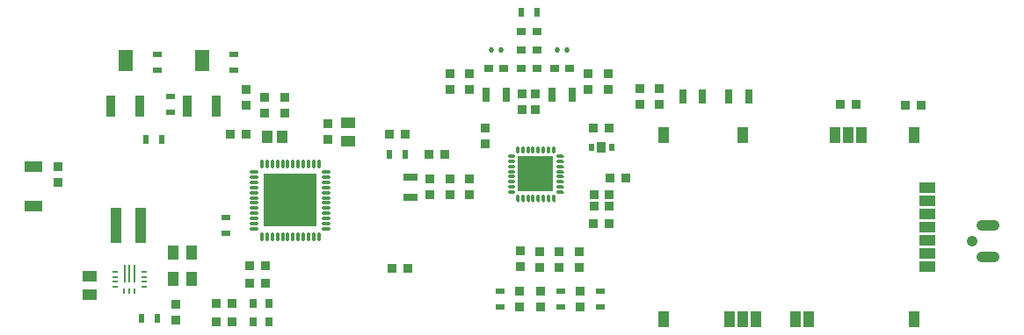
<source format=gtp>
G04 #@! TF.FileFunction,Paste,Top*
%FSLAX46Y46*%
G04 Gerber Fmt 4.6, Leading zero omitted, Abs format (unit mm)*
G04 Created by KiCad (PCBNEW 4.0.4-stable) date 2017 March 20, Monday 13:29:26*
%MOMM*%
%LPD*%
G01*
G04 APERTURE LIST*
%ADD10C,0.100000*%
%ADD11C,0.225000*%
%ADD12R,1.036000X1.544000*%
%ADD13R,1.544000X1.036000*%
%ADD14R,0.920000X2.020000*%
%ADD15R,1.320000X2.020000*%
%ADD16R,0.985200X3.372800*%
%ADD18R,1.018220X1.269680*%
%ADD19C,0.517840*%
%ADD20R,0.820000X0.770000*%
%ADD21R,0.520000X0.770000*%
%ADD22R,0.820000X1.020000*%
%ADD23R,0.909000X0.909000*%
%ADD24R,1.320000X0.720000*%
%ADD25R,0.720000X1.320000*%
%ADD26R,0.920000X0.520000*%
%ADD27R,0.520000X0.920000*%
%ADD28R,1.719260X1.018220*%
%ADD29R,0.920000X0.820000*%
%ADD30O,0.320000X0.720000*%
%ADD31O,0.720000X0.320000*%
%ADD32R,3.470000X3.470000*%
%ADD33R,0.248600X1.798000*%
%ADD34R,0.629600X0.248600*%
%ADD35R,0.248600X0.629600*%
%ADD36R,1.036000X1.417000*%
%ADD37R,1.417000X1.036000*%
%ADD38O,1.069020X1.018220*%
%ADD39O,2.219640X1.069020*%
%ADD40R,0.782000X0.909000*%
%ADD42O,0.870000X0.300000*%
%ADD43O,0.300000X0.870000*%
%ADD44R,5.120000X5.120000*%
G04 APERTURE END LIST*
D10*
D11*
X149037000Y-124235000D02*
X149037000Y-124635000D01*
X148537000Y-124235000D02*
X148537000Y-124635000D01*
X148037000Y-124235000D02*
X148037000Y-124635000D01*
X147537000Y-124235000D02*
X147537000Y-124635000D01*
X147037000Y-124235000D02*
X147037000Y-124635000D01*
X146537000Y-124235000D02*
X146537000Y-124635000D01*
X146037000Y-124235000D02*
X146037000Y-124635000D01*
X145537000Y-124235000D02*
X145537000Y-124635000D01*
X144737000Y-125035000D02*
X145137000Y-125035000D01*
X144737000Y-125535000D02*
X145137000Y-125535000D01*
X144737000Y-126035000D02*
X145137000Y-126035000D01*
X144737000Y-126535000D02*
X145137000Y-126535000D01*
X144737000Y-127035000D02*
X145137000Y-127035000D01*
X144737000Y-127535000D02*
X145137000Y-127535000D01*
X144737000Y-128035000D02*
X145137000Y-128035000D01*
X144737000Y-128535000D02*
X145137000Y-128535000D01*
X145537000Y-129335000D02*
X145537000Y-128935000D01*
X146037000Y-129335000D02*
X146037000Y-128935000D01*
X146537000Y-129335000D02*
X146537000Y-128935000D01*
X147037000Y-129335000D02*
X147037000Y-128935000D01*
X147537000Y-129335000D02*
X147537000Y-128935000D01*
X148037000Y-129335000D02*
X148037000Y-128935000D01*
X148537000Y-129335000D02*
X148537000Y-128935000D01*
X149037000Y-129335000D02*
X149037000Y-128935000D01*
X149837000Y-128535000D02*
X149437000Y-128535000D01*
X149837000Y-128035000D02*
X149437000Y-128035000D01*
X149837000Y-127535000D02*
X149437000Y-127535000D01*
X149837000Y-127035000D02*
X149437000Y-127035000D01*
X149837000Y-126535000D02*
X149437000Y-126535000D01*
X149837000Y-126035000D02*
X149437000Y-126035000D01*
X149837000Y-125535000D02*
X149437000Y-125535000D01*
X149837000Y-125035000D02*
X149437000Y-125035000D01*
D10*
G36*
X147537000Y-125285000D02*
X147537000Y-126535000D01*
X148787000Y-126535000D01*
X148787000Y-125285000D01*
X147537000Y-125285000D01*
G37*
G36*
X147537000Y-127035000D02*
X147537000Y-128285000D01*
X148787000Y-128285000D01*
X148787000Y-127035000D01*
X147537000Y-127035000D01*
G37*
G36*
X145787000Y-127035000D02*
X145787000Y-128285000D01*
X147037000Y-128285000D01*
X147037000Y-127035000D01*
X145787000Y-127035000D01*
G37*
G36*
X145787000Y-125285000D02*
X145787000Y-126535000D01*
X147037000Y-126535000D01*
X147037000Y-125285000D01*
X145787000Y-125285000D01*
G37*
G36*
X123090000Y-129900000D02*
X124240000Y-129900000D01*
X124240000Y-128750000D01*
X123090000Y-128750000D01*
X123090000Y-129900000D01*
G37*
G36*
X123090000Y-128450000D02*
X124240000Y-128450000D01*
X124240000Y-127300000D01*
X123090000Y-127300000D01*
X123090000Y-128450000D01*
G37*
G36*
X124540000Y-128450000D02*
X125690000Y-128450000D01*
X125690000Y-127300000D01*
X124540000Y-127300000D01*
X124540000Y-128450000D01*
G37*
G36*
X124540000Y-129900000D02*
X125690000Y-129900000D01*
X125690000Y-128750000D01*
X124540000Y-128750000D01*
X124540000Y-129900000D01*
G37*
G36*
X124540000Y-131350000D02*
X125690000Y-131350000D01*
X125690000Y-130200000D01*
X124540000Y-130200000D01*
X124540000Y-131350000D01*
G37*
G36*
X123090000Y-131350000D02*
X124240000Y-131350000D01*
X124240000Y-130200000D01*
X123090000Y-130200000D01*
X123090000Y-131350000D01*
G37*
G36*
X121640000Y-131350000D02*
X122790000Y-131350000D01*
X122790000Y-130200000D01*
X121640000Y-130200000D01*
X121640000Y-131350000D01*
G37*
G36*
X121640000Y-129900000D02*
X122790000Y-129900000D01*
X122790000Y-128750000D01*
X121640000Y-128750000D01*
X121640000Y-129900000D01*
G37*
G36*
X121640000Y-128450000D02*
X122790000Y-128450000D01*
X122790000Y-127300000D01*
X121640000Y-127300000D01*
X121640000Y-128450000D01*
G37*
D12*
X159606000Y-140780000D03*
X165956000Y-140780000D03*
X167226000Y-140780000D03*
X168496000Y-140780000D03*
X172306000Y-140780000D03*
X173576000Y-140780000D03*
X183736000Y-140780000D03*
D13*
X185006000Y-135700000D03*
X185006000Y-134430000D03*
X185006000Y-133160000D03*
X185006000Y-131890000D03*
X185006000Y-130620000D03*
X185006000Y-129350000D03*
X185006000Y-128080000D03*
D12*
X183736000Y-123000000D03*
X178656000Y-123000000D03*
X177386000Y-123000000D03*
X176116000Y-123000000D03*
X167226000Y-123000000D03*
X159606000Y-123000000D03*
D14*
X106390000Y-120222000D03*
D15*
X107790000Y-115822000D03*
D14*
X109190000Y-120222000D03*
X113756000Y-120222000D03*
D15*
X115156000Y-115822000D03*
D14*
X116556000Y-120222000D03*
D16*
X106862900Y-131738000D03*
X109225100Y-131738000D03*
D18*
X121396700Y-123160000D03*
X122895300Y-123160000D03*
D19*
X150289280Y-114847000D03*
X149364720Y-114847000D03*
D20*
X149077000Y-116625000D03*
X150577000Y-116625000D03*
X144227000Y-116625000D03*
X142727000Y-116625000D03*
D19*
X143014720Y-114847000D03*
X143939280Y-114847000D03*
D20*
X145902000Y-116625000D03*
X147402000Y-116625000D03*
X145902000Y-114847000D03*
X147402000Y-114847000D03*
X145902000Y-113069000D03*
X147402000Y-113069000D03*
D21*
X152687000Y-124245000D03*
X154587000Y-124245000D03*
D22*
X153637000Y-124245000D03*
D23*
X119380000Y-120142000D03*
X119380000Y-118618000D03*
D24*
X135222000Y-129005000D03*
X135222000Y-127105000D03*
D25*
X148877000Y-119165000D03*
X150777000Y-119165000D03*
X144427000Y-119165000D03*
X142527000Y-119165000D03*
X167795000Y-119292000D03*
X165895000Y-119292000D03*
X163350000Y-119292000D03*
X161450000Y-119292000D03*
D26*
X118204000Y-116740000D03*
X118204000Y-115240000D03*
X112108000Y-120804000D03*
X112108000Y-119304000D03*
X117442000Y-132488000D03*
X117442000Y-130988000D03*
X153478000Y-138100000D03*
X153478000Y-139600000D03*
X143863430Y-139607490D03*
X143863430Y-138107490D03*
X149668000Y-138100000D03*
X149668000Y-139600000D03*
D27*
X133202000Y-124880000D03*
X134702000Y-124880000D03*
X147414000Y-111164000D03*
X145914000Y-111164000D03*
X110826000Y-140755000D03*
X109326000Y-140755000D03*
D28*
X98900000Y-129899920D03*
X98900000Y-126100080D03*
D29*
X152937000Y-129875000D03*
X154337000Y-129875000D03*
X154337000Y-128775000D03*
X152937000Y-128775000D03*
D30*
X149037000Y-124435000D03*
X148537000Y-124435000D03*
X148037000Y-124435000D03*
X147537000Y-124435000D03*
X147037000Y-124435000D03*
X146537000Y-124435000D03*
X146037000Y-124435000D03*
X145537000Y-124435000D03*
D31*
X144937000Y-125035000D03*
X144937000Y-125535000D03*
X144937000Y-126035000D03*
X144937000Y-126535000D03*
X144937000Y-127035000D03*
X144937000Y-127535000D03*
X144937000Y-128035000D03*
X144937000Y-128535000D03*
D30*
X145537000Y-129135000D03*
X146037000Y-129135000D03*
X146537000Y-129135000D03*
X147037000Y-129135000D03*
X147537000Y-129135000D03*
X148037000Y-129135000D03*
X148537000Y-129135000D03*
X149037000Y-129135000D03*
D31*
X149637000Y-128535000D03*
X149637000Y-128035000D03*
X149637000Y-127535000D03*
X149637000Y-127035000D03*
X149637000Y-126535000D03*
X149637000Y-126035000D03*
X149637000Y-125535000D03*
X149637000Y-125035000D03*
D32*
X147287000Y-126785000D03*
D33*
X108660991Y-136390009D03*
X108171000Y-136390009D03*
X107681009Y-136390009D03*
D34*
X106771003Y-136194987D03*
X106771003Y-136695012D03*
X106771003Y-137194988D03*
X106771003Y-137695013D03*
D35*
X107671000Y-138095009D03*
X108171000Y-138095009D03*
X108671000Y-138095009D03*
D34*
X109570997Y-137695013D03*
X109570997Y-137194988D03*
X109570997Y-136695012D03*
X109570997Y-136194987D03*
D36*
X112362000Y-136945000D03*
X114140000Y-136945000D03*
X112362000Y-134405000D03*
X114140000Y-134405000D03*
D37*
X104361000Y-136691000D03*
X104361000Y-138469000D03*
D23*
X112616000Y-140882000D03*
X112616000Y-139358000D03*
X146017000Y-120562000D03*
X146017000Y-119038000D03*
X147287000Y-120562000D03*
X147287000Y-119038000D03*
X151478000Y-134278000D03*
X151478000Y-135802000D03*
X138524000Y-124880000D03*
X137000000Y-124880000D03*
X134714000Y-122975000D03*
X133190000Y-122975000D03*
X147668000Y-134278000D03*
X147668000Y-135802000D03*
X147763000Y-138088000D03*
X147763000Y-139612000D03*
X145768430Y-138095490D03*
X145768430Y-139619490D03*
X145800000Y-134238000D03*
X145800000Y-135762000D03*
X151573000Y-139612000D03*
X151573000Y-138088000D03*
X149573000Y-134278000D03*
X149573000Y-135802000D03*
X101300000Y-126038000D03*
X101300000Y-127562000D03*
X182880000Y-120142000D03*
X184404000Y-120142000D03*
X117856000Y-122936000D03*
X119380000Y-122936000D03*
X121146000Y-120922000D03*
X121146000Y-119398000D03*
X123146000Y-120922000D03*
X123146000Y-119398000D03*
X127310000Y-123467000D03*
X127310000Y-121943000D03*
X152875000Y-131600000D03*
X154399000Y-131600000D03*
X142400000Y-123862000D03*
X142400000Y-122338000D03*
X154438000Y-127200000D03*
X155962000Y-127200000D03*
X137127000Y-127293000D03*
X137127000Y-128817000D03*
X139032000Y-127293000D03*
X139032000Y-128817000D03*
X140937000Y-127293000D03*
X140937000Y-128817000D03*
X154272000Y-117133000D03*
X154272000Y-118657000D03*
X139032000Y-118657000D03*
X139032000Y-117133000D03*
X157320000Y-118530000D03*
X157320000Y-120054000D03*
X152367000Y-117133000D03*
X152367000Y-118657000D03*
X140937000Y-118657000D03*
X140937000Y-117133000D03*
X159225000Y-118530000D03*
X159225000Y-120054000D03*
X152875000Y-122340000D03*
X154399000Y-122340000D03*
D37*
X129215000Y-123594000D03*
X129215000Y-121816000D03*
D38*
X189324000Y-133260000D03*
D39*
X190848000Y-131761400D03*
X190848000Y-134758600D03*
D23*
X178148000Y-120054000D03*
X176624000Y-120054000D03*
D23*
X133488000Y-135850000D03*
X135012000Y-135850000D03*
D40*
X121560000Y-139234000D03*
X120036000Y-139234000D03*
X121560000Y-141012000D03*
X120036000Y-141012000D03*
D23*
X118004000Y-139234000D03*
X116480000Y-139234000D03*
X118004000Y-141012000D03*
X116480000Y-141012000D03*
D26*
X110838000Y-116740000D03*
X110838000Y-115240000D03*
D27*
X109750000Y-123444000D03*
X111250000Y-123444000D03*
D23*
X121230000Y-137360000D03*
X119706000Y-137360000D03*
X119706000Y-135660000D03*
X121230000Y-135660000D03*
D42*
X120190000Y-126575000D03*
X120190000Y-127075000D03*
X120190000Y-127575000D03*
X120190000Y-128075000D03*
X120190000Y-128575000D03*
X120190000Y-129075000D03*
X120190000Y-129575000D03*
X120190000Y-130075000D03*
X120190000Y-130575000D03*
X120190000Y-131075000D03*
X120190000Y-131575000D03*
X120190000Y-132075000D03*
D43*
X120915000Y-132800000D03*
X121415000Y-132800000D03*
X121915000Y-132800000D03*
X122415000Y-132800000D03*
X122915000Y-132800000D03*
X123415000Y-132800000D03*
X123915000Y-132800000D03*
X124415000Y-132800000D03*
X124915000Y-132800000D03*
X125415000Y-132800000D03*
X125915000Y-132800000D03*
X126415000Y-132800000D03*
D42*
X127140000Y-132075000D03*
X127140000Y-131575000D03*
X127140000Y-131075000D03*
X127140000Y-130575000D03*
X127140000Y-130075000D03*
X127140000Y-129575000D03*
X127140000Y-129075000D03*
X127140000Y-128575000D03*
X127140000Y-128075000D03*
X127140000Y-127575000D03*
X127140000Y-127075000D03*
X127140000Y-126575000D03*
D43*
X126415000Y-125850000D03*
X125915000Y-125850000D03*
X125415000Y-125850000D03*
X124915000Y-125850000D03*
X124415000Y-125850000D03*
X123915000Y-125850000D03*
X123415000Y-125850000D03*
X122915000Y-125850000D03*
X122415000Y-125850000D03*
X121915000Y-125850000D03*
X121415000Y-125850000D03*
X120915000Y-125850000D03*
D44*
X123665000Y-129325000D03*
M02*

</source>
